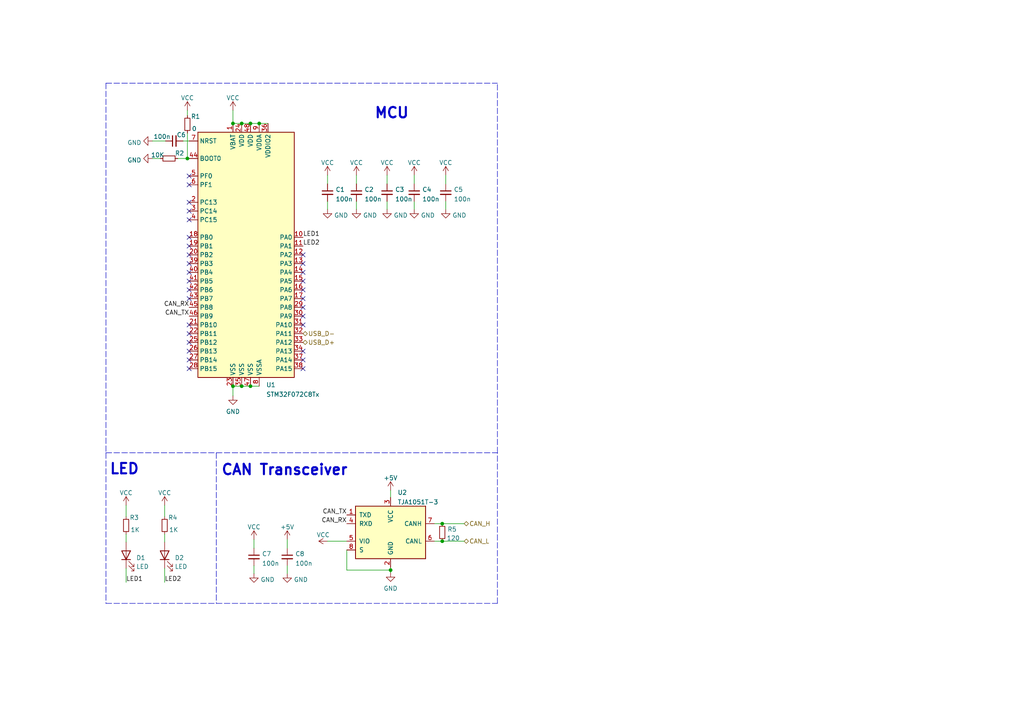
<source format=kicad_sch>
(kicad_sch (version 20211123) (generator eeschema)
  (paper "A4")
  (title_block (title "USB To CAN") (date "2023-05-04") (rev "2.0.1"))
  (lib_symbols
    (symbol "Device:C_Small" (pin_numbers hide) (pin_names (offset 0.254) hide)
      (property "Reference" "C" (at 0.254 1.778 0))
      (property "Value" "C_Small" (at 0.254 -2.032 0))
      (symbol "C_Small_0_1"
        (polyline (pts (xy -1.524 -0.508) (xy 1.524 -0.508)) (stroke (width 0.3302)))
        (polyline (pts (xy -1.524 0.508) (xy 1.524 0.508)) (stroke (width 0.3048)))
      )
      (symbol "C_Small_1_1"
        (pin passive line (at 0 2.54 270) (length 2.032) (name "~") (number "1"))
        (pin passive line (at 0 -2.54 90) (length 2.032) (name "~") (number "2"))
      )
    )
    (symbol "Device:LED" (pin_numbers hide) (pin_names (offset 1.016) hide)
      (property "Reference" "D" (at 0 2.54 0))
      (property "Value" "LED" (at 0 -2.54 0))
      (symbol "LED_0_1"
        (polyline (pts (xy -1.27 -1.27) (xy -1.27 1.27)) (stroke (width 0.254)))
        (polyline (pts (xy -1.27 0) (xy 1.27 0)))
        (polyline (pts (xy 1.27 -1.27) (xy 1.27 1.27) (xy -1.27 0) (xy 1.27 -1.27)) (stroke (width 0.254)))
        (polyline (pts (xy -3.048 -0.762) (xy -4.572 -2.286) (xy -3.81 -2.286) (xy -4.572 -2.286) (xy -4.572 -1.524)))
        (polyline (pts (xy -1.778 -0.762) (xy -3.302 -2.286) (xy -2.54 -2.286) (xy -3.302 -2.286) (xy -3.302 -1.524)))
      )
      (symbol "LED_1_1"
        (pin passive line (at -3.81 0 0) (length 2.54) (name "K") (number "1"))
        (pin passive line (at 3.81 0 180) (length 2.54) (name "A") (number "2"))
      )
    )
    (symbol "Device:R_Small" (pin_numbers hide) (pin_names (offset 0.254) hide)
      (property "Reference" "R" (at 0.762 0.508 0))
      (property "Value" "R_Small" (at 0.762 -1.016 0))
      (symbol "R_Small_0_1"
        (rectangle (start -0.762 1.778) (end 0.762 -1.778) (stroke (width 0.2032)))
      )
      (symbol "R_Small_1_1"
        (pin passive line (at 0 2.54 270) (length 0.762) (name "~") (number "1"))
        (pin passive line (at 0 -2.54 90) (length 0.762) (name "~") (number "2"))
      )
    )
    (symbol "Interface_CAN_LIN:TJA1051T-3" (pin_names (offset 1.016))
      (property "Reference" "U" (at -10.16 8.89 0))
      (property "Value" "TJA1051T-3" (at 1.27 8.89 0))
      (symbol "TJA1051T-3_0_1"
        (rectangle (start -10.16 7.62) (end 10.16 -7.62) (stroke (width 0.254)) (fill (type background)))
      )
      (symbol "TJA1051T-3_1_1"
        (pin input line (at -12.7 5.08 0) (length 2.54) (name "TXD") (number "1"))
        (pin power_in line (at 0 -10.16 90) (length 2.54) (name "GND") (number "2"))
        (pin power_in line (at 0 10.16 270) (length 2.54) (name "VCC") (number "3"))
        (pin output line (at -12.7 2.54 0) (length 2.54) (name "RXD") (number "4"))
        (pin power_in line (at -12.7 -2.54 0) (length 2.54) (name "VIO") (number "5"))
        (pin bidirectional line (at 12.7 -2.54 180) (length 2.54) (name "CANL") (number "6"))
        (pin bidirectional line (at 12.7 2.54 180) (length 2.54) (name "CANH") (number "7"))
        (pin input line (at -12.7 -5.08 0) (length 2.54) (name "S") (number "8"))
      )
    )
    (symbol "MCU_ST_STM32F0:STM32F072C8Tx"
      (property "Reference" "U" (at -15.24 36.83 0))
      (property "Value" "STM32F072C8Tx" (at 7.62 36.83 0))
      (symbol "STM32F072C8Tx_0_1"
        (rectangle (start -15.24 -35.56) (end 12.7 35.56) (stroke (width 0.254)) (fill (type background)))
      )
      (symbol "STM32F072C8Tx_1_1"
        (pin power_in line (at -5.08 38.1 270) (length 2.54) (name "VBAT") (number "1"))
        (pin bidirectional line (at 15.24 5.08 180) (length 2.54) (name "PA0") (number "10"))
        (pin bidirectional line (at 15.24 2.54 180) (length 2.54) (name "PA1") (number "11"))
        (pin bidirectional line (at 15.24 0 180) (length 2.54) (name "PA2") (number "12"))
        (pin bidirectional line (at 15.24 -2.54 180) (length 2.54) (name "PA3") (number "13"))
        (pin bidirectional line (at 15.24 -5.08 180) (length 2.54) (name "PA4") (number "14"))
        (pin bidirectional line (at 15.24 -7.62 180) (length 2.54) (name "PA5") (number "15"))
        (pin bidirectional line (at 15.24 -10.16 180) (length 2.54) (name "PA6") (number "16"))
        (pin bidirectional line (at 15.24 -12.7 180) (length 2.54) (name "PA7") (number "17"))
        (pin bidirectional line (at -17.78 5.08 0) (length 2.54) (name "PB0") (number "18"))
        (pin bidirectional line (at -17.78 2.54 0) (length 2.54) (name "PB1") (number "19"))
        (pin bidirectional line (at -17.78 15.24 0) (length 2.54) (name "PC13") (number "2"))
        (pin bidirectional line (at -17.78 0 0) (length 2.54) (name "PB2") (number "20"))
        (pin bidirectional line (at -17.78 -20.32 0) (length 2.54) (name "PB10") (number "21"))
        (pin bidirectional line (at -17.78 -22.86 0) (length 2.54) (name "PB11") (number "22"))
        (pin power_in line (at -5.08 -38.1 90) (length 2.54) (name "VSS") (number "23"))
        (pin power_in line (at -2.54 38.1 270) (length 2.54) (name "VDD") (number "24"))
        (pin bidirectional line (at -17.78 -25.4 0) (length 2.54) (name "PB12") (number "25"))
        (pin bidirectional line (at -17.78 -27.94 0) (length 2.54) (name "PB13") (number "26"))
        (pin bidirectional line (at -17.78 -30.48 0) (length 2.54) (name "PB14") (number "27"))
        (pin bidirectional line (at -17.78 -33.02 0) (length 2.54) (name "PB15") (number "28"))
        (pin bidirectional line (at 15.24 -15.24 180) (length 2.54) (name "PA8") (number "29"))
        (pin bidirectional line (at -17.78 12.7 0) (length 2.54) (name "PC14") (number "3"))
        (pin bidirectional line (at 15.24 -17.78 180) (length 2.54) (name "PA9") (number "30"))
        (pin bidirectional line (at 15.24 -20.32 180) (length 2.54) (name "PA10") (number "31"))
        (pin bidirectional line (at 15.24 -22.86 180) (length 2.54) (name "PA11") (number "32"))
        (pin bidirectional line (at 15.24 -25.4 180) (length 2.54) (name "PA12") (number "33"))
        (pin bidirectional line (at 15.24 -27.94 180) (length 2.54) (name "PA13") (number "34"))
        (pin power_in line (at -2.54 -38.1 90) (length 2.54) (name "VSS") (number "35"))
        (pin power_in line (at 5.08 38.1 270) (length 2.54) (name "VDDIO2") (number "36"))
        (pin bidirectional line (at 15.24 -30.48 180) (length 2.54) (name "PA14") (number "37"))
        (pin bidirectional line (at 15.24 -33.02 180) (length 2.54) (name "PA15") (number "38"))
        (pin bidirectional line (at -17.78 -2.54 0) (length 2.54) (name "PB3") (number "39"))
        (pin bidirectional line (at -17.78 10.16 0) (length 2.54) (name "PC15") (number "4"))
        (pin bidirectional line (at -17.78 -5.08 0) (length 2.54) (name "PB4") (number "40"))
        (pin bidirectional line (at -17.78 -7.62 0) (length 2.54) (name "PB5") (number "41"))
        (pin bidirectional line (at -17.78 -10.16 0) (length 2.54) (name "PB6") (number "42"))
        (pin bidirectional line (at -17.78 -12.7 0) (length 2.54) (name "PB7") (number "43"))
        (pin input line (at -17.78 27.94 0) (length 2.54) (name "BOOT0") (number "44"))
        (pin bidirectional line (at -17.78 -15.24 0) (length 2.54) (name "PB8") (number "45"))
        (pin bidirectional line (at -17.78 -17.78 0) (length 2.54) (name "PB9") (number "46"))
        (pin power_in line (at 0 -38.1 90) (length 2.54) (name "VSS") (number "47"))
        (pin power_in line (at 0 38.1 270) (length 2.54) (name "VDD") (number "48"))
        (pin input line (at -17.78 22.86 0) (length 2.54) (name "PF0") (number "5"))
        (pin input line (at -17.78 20.32 0) (length 2.54) (name "PF1") (number "6"))
        (pin input line (at -17.78 33.02 0) (length 2.54) (name "NRST") (number "7"))
        (pin power_in line (at 2.54 -38.1 90) (length 2.54) (name "VSSA") (number "8"))
        (pin power_in line (at 2.54 38.1 270) (length 2.54) (name "VDDA") (number "9"))
      )
    )
    (symbol "power:+5V" (power) (pin_names (offset 0))
      (property "Value" "+5V" (at 0 3.556 0))
      (symbol "+5V_0_1"
        (polyline (pts (xy -0.762 1.27) (xy 0 2.54)))
        (polyline (pts (xy 0 0) (xy 0 2.54)))
        (polyline (pts (xy 0 2.54) (xy 0.762 1.27)))
      )
      (symbol "+5V_1_1"
        (pin power_in line (at 0 0 90) (length 0) hide (name "+5V") (number "1"))
      )
    )
    (symbol "power:GND" (power) (pin_names (offset 0))
      (property "Value" "GND" (at 0 -3.81 0))
      (symbol "GND_0_1"
        (polyline (pts (xy 0 0) (xy 0 -1.27) (xy 1.27 -1.27) (xy 0 -2.54) (xy -1.27 -1.27) (xy 0 -1.27)))
      )
      (symbol "GND_1_1"
        (pin power_in line (at 0 0 270) (length 0) hide (name "GND") (number "1"))
      )
    )
    (symbol "power:VCC" (power) (pin_names (offset 0))
      (property "Value" "VCC" (at 0 3.81 0))
      (symbol "VCC_0_1"
        (polyline (pts (xy -0.762 1.27) (xy 0 2.54)))
        (polyline (pts (xy 0 0) (xy 0 2.54)))
        (polyline (pts (xy 0 2.54) (xy 0.762 1.27)))
      )
      (symbol "VCC_1_1"
        (pin power_in line (at 0 0 90) (length 0) hide (name "VCC") (number "1"))
      )
    )
  )
  (junction (at 54.356 45.974))
  (junction (at 70.104 35.814))
  (junction (at 70.104 112.014))
  (junction (at 128.27 151.892))
  (junction (at 67.564 112.014))
  (junction (at 75.184 35.814))
  (junction (at 72.644 112.014))
  (junction (at 113.284 165.354))
  (junction (at 72.644 35.814))
  (junction (at 128.27 156.972))
  (junction (at 67.564 35.814))
  (no_connect (at 54.864 96.774))
  (no_connect (at 87.884 106.934))
  (no_connect (at 87.884 76.454))
  (no_connect (at 54.864 106.934))
  (no_connect (at 54.864 101.854))
  (no_connect (at 87.884 84.074))
  (no_connect (at 54.864 99.314))
  (no_connect (at 87.884 101.854))
  (no_connect (at 87.884 104.394))
  (no_connect (at 87.884 91.694))
  (no_connect (at 87.884 86.614))
  (no_connect (at 87.884 81.534))
  (no_connect (at 87.884 89.154))
  (no_connect (at 54.864 104.394))
  (no_connect (at 87.884 73.914))
  (no_connect (at 87.884 78.994))
  (no_connect (at 54.864 94.234))
  (no_connect (at 54.864 53.594))
  (no_connect (at 54.864 58.674))
  (no_connect (at 54.864 61.214))
  (no_connect (at 54.864 63.754))
  (no_connect (at 54.864 68.834))
  (no_connect (at 54.864 81.534))
  (no_connect (at 54.864 84.074))
  (no_connect (at 54.864 86.614))
  (no_connect (at 54.864 51.054))
  (no_connect (at 54.864 71.374))
  (no_connect (at 54.864 73.914))
  (no_connect (at 54.864 76.454))
  (no_connect (at 54.864 78.994))
  (no_connect (at 87.884 94.234))
  (wire (pts (xy 72.644 112.014) (xy 75.184 112.014)))
  (wire (pts (xy 113.284 165.354) (xy 113.284 166.116)))
  (polyline (pts (xy 30.734 131.318) (xy 144.272 131.318)))
  (wire (pts (xy 113.284 142.24) (xy 113.284 144.272)))
  (wire (pts (xy 94.996 50.8) (xy 94.996 53.34)))
  (wire (pts (xy 112.268 50.8) (xy 112.268 53.34)))
  (wire (pts (xy 94.996 156.972) (xy 100.584 156.972)))
  (wire (pts (xy 44.196 40.894) (xy 48.006 40.894)))
  (wire (pts (xy 100.584 165.354) (xy 113.284 165.354)))
  (wire (pts (xy 70.104 112.014) (xy 72.644 112.014)))
  (wire (pts (xy 100.584 159.512) (xy 100.584 165.354)))
  (wire (pts (xy 67.564 35.814) (xy 70.104 35.814)))
  (wire (pts (xy 54.356 38.608) (xy 54.356 45.974)))
  (polyline (pts (xy 30.734 24.13) (xy 30.734 131.318)))
  (wire (pts (xy 125.984 151.892) (xy 128.27 151.892)))
  (wire (pts (xy 36.576 154.94) (xy 36.576 157.226)))
  (wire (pts (xy 44.196 45.974) (xy 46.482 45.974)))
  (polyline (pts (xy 30.734 131.318) (xy 30.734 175.006)))
  (wire (pts (xy 73.66 156.464) (xy 73.66 159.004)))
  (polyline (pts (xy 144.272 131.318) (xy 144.272 24.13)))
  (wire (pts (xy 54.356 45.974) (xy 54.864 45.974)))
  (wire (pts (xy 72.644 35.814) (xy 75.184 35.814)))
  (wire (pts (xy 36.576 146.558) (xy 36.576 149.86)))
  (wire (pts (xy 128.27 156.972) (xy 134.62 156.972)))
  (wire (pts (xy 51.562 45.974) (xy 54.356 45.974)))
  (wire (pts (xy 120.142 50.8) (xy 120.142 53.34)))
  (wire (pts (xy 129.286 58.42) (xy 129.286 60.706)))
  (wire (pts (xy 67.564 32.004) (xy 67.564 35.814)))
  (wire (pts (xy 103.378 50.8) (xy 103.378 53.34)))
  (wire (pts (xy 94.996 58.42) (xy 94.996 60.706)))
  (wire (pts (xy 128.27 151.892) (xy 134.62 151.892)))
  (wire (pts (xy 83.312 156.464) (xy 83.312 159.004)))
  (polyline (pts (xy 30.734 175.006) (xy 144.272 175.006)))
  (wire (pts (xy 103.378 58.42) (xy 103.378 60.706)))
  (wire (pts (xy 73.66 164.084) (xy 73.66 166.37)))
  (wire (pts (xy 47.752 154.94) (xy 47.752 157.226)))
  (wire (pts (xy 67.564 112.014) (xy 67.564 114.808)))
  (wire (pts (xy 47.752 164.846) (xy 47.752 168.91)))
  (wire (pts (xy 75.184 35.814) (xy 77.724 35.814)))
  (wire (pts (xy 129.286 50.8) (xy 129.286 53.34)))
  (wire (pts (xy 83.312 164.084) (xy 83.312 166.37)))
  (wire (pts (xy 113.284 164.592) (xy 113.284 165.354)))
  (wire (pts (xy 125.984 156.972) (xy 128.27 156.972)))
  (wire (pts (xy 36.576 164.846) (xy 36.576 168.91)))
  (polyline (pts (xy 144.272 175.006) (xy 144.272 131.318)))
  (wire (pts (xy 54.356 32.004) (xy 54.356 33.528)))
  (polyline (pts (xy 30.734 24.13) (xy 144.272 24.13)))
  (wire (pts (xy 53.086 40.894) (xy 54.864 40.894)))
  (wire (pts (xy 47.752 146.558) (xy 47.752 149.86)))
  (wire (pts (xy 70.104 35.814) (xy 72.644 35.814)))
  (wire (pts (xy 112.268 58.42) (xy 112.268 60.706)))
  (wire (pts (xy 120.142 58.42) (xy 120.142 60.706)))
  (polyline (pts (xy 62.738 131.318) (xy 62.738 175.006)))
  (wire (pts (xy 67.564 112.014) (xy 70.104 112.014)))
  (text "CAN Transceiver" (at 64.008 138.176 0) (effects (font (size 3 3) (thickness 0.6) bold) (justify left bottom)))
  (text "LED" (at 31.623 137.922 0) (effects (font (size 3 3) (thickness 0.6) bold) (justify left bottom)))
  (text "MCU" (at 108.458 34.671 0) (effects (font (size 3 3) (thickness 0.6) bold) (justify left bottom)))
  (label "CAN_TX" (at 100.584 149.352 180))
  (label "LED2" (at 47.752 168.91 0))
  (label "LED2" (at 87.884 71.374 0))
  (label "CAN_TX" (at 54.864 91.694 180))
  (label "LED1" (at 87.884 68.834 0))
  (label "LED1" (at 36.576 168.91 0))
  (label "CAN_RX" (at 54.864 89.154 180))
  (label "CAN_RX" (at 100.584 151.892 180))
  (hierarchical_label "USB_D+" (shape bidirectional) (at 87.884 99.314 0))
  (hierarchical_label "USB_D-" (shape bidirectional) (at 87.884 96.774 0))
  (hierarchical_label "CAN_L" (shape bidirectional) (at 134.62 156.972 0))
  (hierarchical_label "CAN_H" (shape bidirectional) (at 134.62 151.892 0))
  (symbol (lib_id "Device:C_Small") (at 120.142 55.88 0) (unit 1)
    (property "Reference" "C4" (at 122.4661 54.9778 0) (effects (justify left)))
    (property "Value" "100n" (at 122.4661 57.7529 0) (effects (justify left)))
    (property "Footprint" "library:C_0603_1608Metric" (effects hide))
  )
  (symbol (lib_id "power:GND") (at 44.196 45.974 270) (unit 1)
    (property "Reference" "#PWR04" (effects hide))
    (property "Value" "GND" (at 41.0211 46.453 90) (effects (justify right)))
  )
  (symbol (lib_id "power:GND") (at 103.378 60.706 0) (unit 1)
    (property "Reference" "#PWR011" (effects hide))
    (property "Value" "GND" (at 105.283 62.455 0) (effects (justify left)))
  )
  (symbol (lib_id "Interface_CAN_LIN:TJA1051T-3") (at 113.284 154.432 0) (unit 1)
    (property "Reference" "U2" (at 115.3034 142.8455 0) (effects (justify left)))
    (property "Value" "TJA1051T-3" (at 115.3034 145.6206 0) (effects (justify left)))
    (property "Footprint" "library:SOIC-8_3.9x4.9mm_P1.27mm" (effects hide))
    (property "Datasheet" "http://www.nxp.com/documents/data_sheet/TJA1051.pdf" (effects hide))
  )
  (symbol (lib_id "Device:LED") (at 36.576 161.036 90) (unit 1)
    (property "Reference" "D1" (at 39.497 161.7888 90) (effects (justify right)))
    (property "Value" "LED" (at 39.497 164.3257 90) (effects (justify right)))
    (property "Footprint" "library:LED_0603_1608Metric" (effects hide))
  )
  (symbol (lib_id "power:GND") (at 73.66 166.37 0) (unit 1)
    (property "Reference" "#PWR023" (effects hide))
    (property "Value" "GND" (at 75.565 168.119 0) (effects (justify left)))
  )
  (symbol (lib_id "power:+5V") (at 83.312 156.464 0) (unit 1)
    (property "Reference" "#PWR020" (effects hide))
    (property "Value" "+5V" (at 83.312 152.8595 0))
  )
  (symbol (lib_id "power:GND") (at 94.996 60.706 0) (unit 1)
    (property "Reference" "#PWR010" (effects hide))
    (property "Value" "GND" (at 96.901 62.455 0) (effects (justify left)))
  )
  (symbol (lib_id "power:VCC") (at 103.378 50.8 0) (unit 1)
    (property "Reference" "#PWR06" (effects hide))
    (property "Value" "VCC" (at 103.378 47.1955 0))
  )
  (symbol (lib_id "power:+5V") (at 113.284 142.24 0) (unit 1)
    (property "Reference" "#PWR016" (effects hide))
    (property "Value" "+5V" (at 113.284 138.6355 0))
  )
  (symbol (lib_id "Device:C_Small") (at 112.268 55.88 0) (unit 1)
    (property "Reference" "C3" (at 114.5921 54.9778 0) (effects (justify left)))
    (property "Value" "100n" (at 114.5921 57.7529 0) (effects (justify left)))
    (property "Footprint" "library:C_0603_1608Metric" (effects hide))
  )
  (symbol (lib_id "power:VCC") (at 129.286 50.8 0) (unit 1)
    (property "Reference" "#PWR09" (effects hide))
    (property "Value" "VCC" (at 129.286 47.1955 0))
  )
  (symbol (lib_id "Device:R_Small") (at 47.752 152.4 180) (unit 1)
    (property "Reference" "R4" (at 48.768 150.114 0) (effects (justify right)))
    (property "Value" "1K" (at 49.022 153.67 0) (effects (justify right)))
    (property "Footprint" "library:R_0603_1608Metric" (effects hide))
  )
  (symbol (lib_id "power:GND") (at 120.142 60.706 0) (unit 1)
    (property "Reference" "#PWR013" (effects hide))
    (property "Value" "GND" (at 122.047 62.455 0) (effects (justify left)))
  )
  (symbol (lib_id "power:VCC") (at 94.996 156.972 90) (mirror x) (unit 1)
    (property "Reference" "#PWR021" (effects hide))
    (property "Value" "VCC" (at 93.726 155.1455 90))
  )
  (symbol (lib_id "power:GND") (at 44.196 40.894 270) (unit 1)
    (property "Reference" "#PWR03" (effects hide))
    (property "Value" "GND" (at 41.0211 41.373 90) (effects (justify right)))
  )
  (symbol (lib_id "power:GND") (at 113.284 166.116 0) (unit 1)
    (property "Reference" "#PWR022" (effects hide))
    (property "Value" "GND" (at 113.284 170.6785 0))
  )
  (symbol (lib_id "power:VCC") (at 94.996 50.8 0) (unit 1)
    (property "Reference" "#PWR05" (effects hide))
    (property "Value" "VCC" (at 94.996 47.1955 0))
  )
  (symbol (lib_id "Device:C_Small") (at 103.378 55.88 0) (unit 1)
    (property "Reference" "C2" (at 105.7021 54.9778 0) (effects (justify left)))
    (property "Value" "100n" (at 105.7021 57.7529 0) (effects (justify left)))
    (property "Footprint" "library:C_0603_1608Metric" (effects hide))
  )
  (symbol (lib_id "Device:R_Small") (at 128.27 154.432 0) (unit 1)
    (property "Reference" "R5" (at 129.7686 153.5235 0) (effects (justify left)))
    (property "Value" "120" (at 129.54 156.083 0) (effects (justify left)))
    (property "Footprint" "library:R_0603_1608Metric" (effects hide))
  )
  (symbol (lib_id "Device:R_Small") (at 54.356 36.068 180) (unit 1)
    (property "Reference" "R1" (at 55.372 33.782 0) (effects (justify right)))
    (property "Value" "0" (at 55.626 37.338 0) (effects (justify right)))
    (property "Footprint" "library:R_0603_1608Metric" (effects hide))
  )
  (symbol (lib_id "power:GND") (at 67.564 114.808 0) (unit 1)
    (property "Reference" "#PWR015" (effects hide))
    (property "Value" "GND" (at 67.564 119.3705 0))
  )
  (symbol (lib_id "power:VCC") (at 73.66 156.464 0) (unit 1)
    (property "Reference" "#PWR019" (effects hide))
    (property "Value" "VCC" (at 73.66 152.8595 0))
  )
  (symbol (lib_id "power:GND") (at 83.312 166.37 0) (unit 1)
    (property "Reference" "#PWR024" (effects hide))
    (property "Value" "GND" (at 85.217 168.119 0) (effects (justify left)))
  )
  (symbol (lib_id "power:VCC") (at 47.752 146.558 0) (unit 1)
    (property "Reference" "#PWR018" (effects hide))
    (property "Value" "VCC" (at 47.752 142.9535 0))
  )
  (symbol (lib_id "Device:C_Small") (at 73.66 161.544 0) (unit 1)
    (property "Reference" "C7" (at 75.9841 160.6418 0) (effects (justify left)))
    (property "Value" "100n" (at 75.9841 163.4169 0) (effects (justify left)))
    (property "Footprint" "library:C_0603_1608Metric" (effects hide))
  )
  (symbol (lib_id "power:VCC") (at 36.576 146.558 0) (unit 1)
    (property "Reference" "#PWR017" (effects hide))
    (property "Value" "VCC" (at 36.576 142.9535 0))
  )
  (symbol (lib_id "Device:C_Small") (at 94.996 55.88 0) (unit 1)
    (property "Reference" "C1" (at 97.3201 54.9778 0) (effects (justify left)))
    (property "Value" "100n" (at 97.3201 57.7529 0) (effects (justify left)))
    (property "Footprint" "library:C_0603_1608Metric" (effects hide))
  )
  (symbol (lib_id "Device:C_Small") (at 50.546 40.894 90) (unit 1)
    (property "Reference" "C6" (at 52.578 39.116 90))
    (property "Value" "100n" (at 46.99 39.624 90))
    (property "Footprint" "library:C_0603_1608Metric" (effects hide))
  )
  (symbol (lib_id "Device:R_Small") (at 36.576 152.4 180) (unit 1)
    (property "Reference" "R3" (at 37.592 150.114 0) (effects (justify right)))
    (property "Value" "1K" (at 37.846 153.67 0) (effects (justify right)))
    (property "Footprint" "library:R_0603_1608Metric" (effects hide))
  )
  (symbol (lib_id "power:GND") (at 112.268 60.706 0) (unit 1)
    (property "Reference" "#PWR012" (effects hide))
    (property "Value" "GND" (at 114.173 62.455 0) (effects (justify left)))
  )
  (symbol (lib_id "Device:R_Small") (at 49.022 45.974 90) (unit 1)
    (property "Reference" "R2" (at 52.07 44.45 90))
    (property "Value" "10K" (at 45.72 44.958 90))
    (property "Footprint" "library:R_0603_1608Metric" (effects hide))
  )
  (symbol (lib_id "Device:C_Small") (at 83.312 161.544 0) (unit 1)
    (property "Reference" "C8" (at 85.6361 160.6418 0) (effects (justify left)))
    (property "Value" "100n" (at 85.6361 163.4169 0) (effects (justify left)))
    (property "Footprint" "library:C_0603_1608Metric" (effects hide))
  )
  (symbol (lib_id "power:GND") (at 129.286 60.706 0) (unit 1)
    (property "Reference" "#PWR014" (effects hide))
    (property "Value" "GND" (at 131.191 62.455 0) (effects (justify left)))
  )
  (symbol (lib_id "power:VCC") (at 120.142 50.8 0) (unit 1)
    (property "Reference" "#PWR08" (effects hide))
    (property "Value" "VCC" (at 120.142 47.1955 0))
  )
  (symbol (lib_id "Device:LED") (at 47.752 161.036 90) (unit 1)
    (property "Reference" "D2" (at 50.673 161.7888 90) (effects (justify right)))
    (property "Value" "LED" (at 50.673 164.3257 90) (effects (justify right)))
    (property "Footprint" "library:LED_0603_1608Metric" (effects hide))
  )
  (symbol (lib_id "MCU_ST_STM32F0:STM32F072C8Tx") (at 72.644 73.914 0) (unit 1)
    (property "Reference" "U1" (at 77.2034 111.6235 0) (effects (justify left)))
    (property "Value" "STM32F072C8Tx" (at 77.2034 114.3986 0) (effects (justify left)))
    (property "Footprint" "library:LQFP-48_7x7mm_P0.5mm" (effects hide))
    (property "Datasheet" "http://www.st.com/st-web-ui/static/active/en/resource/technical/document/datasheet/DM00090510.pdf" (effects hide))
  )
  (symbol (lib_id "power:VCC") (at 67.564 32.004 0) (unit 1)
    (property "Reference" "#PWR02" (effects hide))
    (property "Value" "VCC" (at 67.564 28.3995 0))
  )
  (symbol (lib_id "power:VCC") (at 54.356 32.004 0) (unit 1)
    (property "Reference" "#PWR01" (effects hide))
    (property "Value" "VCC" (at 54.356 28.3995 0))
  )
  (symbol (lib_id "Device:C_Small") (at 129.286 55.88 0) (unit 1)
    (property "Reference" "C5" (at 131.6101 54.9778 0) (effects (justify left)))
    (property "Value" "100n" (at 131.6101 57.7529 0) (effects (justify left)))
    (property "Footprint" "library:C_0603_1608Metric" (effects hide))
  )
  (symbol (lib_id "power:VCC") (at 112.268 50.8 0) (unit 1)
    (property "Reference" "#PWR07" (effects hide))
    (property "Value" "VCC" (at 112.268 47.1955 0))
  )
)
</source>
